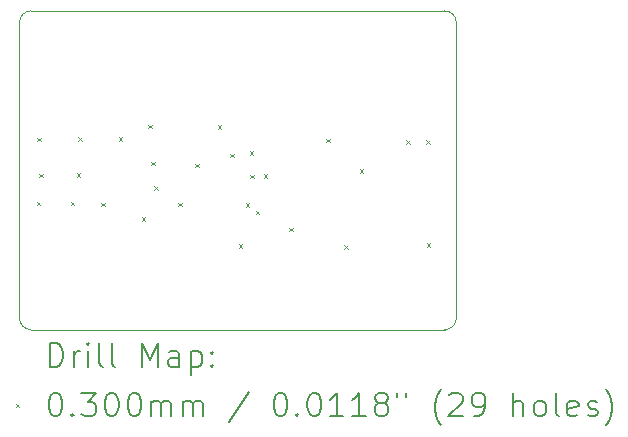
<source format=gbr>
%TF.GenerationSoftware,KiCad,Pcbnew,8.0.6*%
%TF.CreationDate,2024-11-15T14:11:28+01:00*%
%TF.ProjectId,PA3194G822_R05,50413331-3934-4473-9832-325f5230352e,3*%
%TF.SameCoordinates,Original*%
%TF.FileFunction,Drillmap*%
%TF.FilePolarity,Positive*%
%FSLAX45Y45*%
G04 Gerber Fmt 4.5, Leading zero omitted, Abs format (unit mm)*
G04 Created by KiCad (PCBNEW 8.0.6) date 2024-11-15 14:11:28*
%MOMM*%
%LPD*%
G01*
G04 APERTURE LIST*
%ADD10C,0.050000*%
%ADD11C,0.200000*%
%ADD12C,0.100000*%
G04 APERTURE END LIST*
D10*
X10400000Y-8750000D02*
G75*
G02*
X10500000Y-8650000I100000J0D01*
G01*
X14100000Y-11250000D02*
G75*
G02*
X14000000Y-11350000I-100000J0D01*
G01*
X14000000Y-8650000D02*
G75*
G02*
X14100000Y-8750000I0J-100000D01*
G01*
X10500000Y-8650000D02*
X14000000Y-8650000D01*
X10500000Y-11350000D02*
X14000000Y-11350000D01*
X14100000Y-8750000D02*
X14100000Y-11250000D01*
X10400000Y-8750000D02*
X10400000Y-11250000D01*
X10500000Y-11350000D02*
G75*
G02*
X10400000Y-11250000I0J100000D01*
G01*
D11*
D12*
X10547000Y-10268000D02*
X10577000Y-10298000D01*
X10577000Y-10268000D02*
X10547000Y-10298000D01*
X10549000Y-9725000D02*
X10579000Y-9755000D01*
X10579000Y-9725000D02*
X10549000Y-9755000D01*
X10567000Y-10031000D02*
X10597000Y-10061000D01*
X10597000Y-10031000D02*
X10567000Y-10061000D01*
X10833000Y-10268000D02*
X10863000Y-10298000D01*
X10863000Y-10268000D02*
X10833000Y-10298000D01*
X10887000Y-10024000D02*
X10917000Y-10054000D01*
X10917000Y-10024000D02*
X10887000Y-10054000D01*
X10896000Y-9718000D02*
X10926000Y-9748000D01*
X10926000Y-9718000D02*
X10896000Y-9748000D01*
X11094000Y-10273000D02*
X11124000Y-10303000D01*
X11124000Y-10273000D02*
X11094000Y-10303000D01*
X11242000Y-9720000D02*
X11272000Y-9750000D01*
X11272000Y-9720000D02*
X11242000Y-9750000D01*
X11435000Y-10397000D02*
X11465000Y-10427000D01*
X11465000Y-10397000D02*
X11435000Y-10427000D01*
X11489000Y-9613000D02*
X11519000Y-9643000D01*
X11519000Y-9613000D02*
X11489000Y-9643000D01*
X11514000Y-9927000D02*
X11544000Y-9957000D01*
X11544000Y-9927000D02*
X11514000Y-9957000D01*
X11541000Y-10134000D02*
X11571000Y-10164000D01*
X11571000Y-10134000D02*
X11541000Y-10164000D01*
X11743000Y-10274000D02*
X11773000Y-10304000D01*
X11773000Y-10274000D02*
X11743000Y-10304000D01*
X11886500Y-9943000D02*
X11916500Y-9973000D01*
X11916500Y-9943000D02*
X11886500Y-9973000D01*
X12078000Y-9618000D02*
X12108000Y-9648000D01*
X12108000Y-9618000D02*
X12078000Y-9648000D01*
X12183000Y-9859000D02*
X12213000Y-9889000D01*
X12213000Y-9859000D02*
X12183000Y-9889000D01*
X12256000Y-10627000D02*
X12286000Y-10657000D01*
X12286000Y-10627000D02*
X12256000Y-10657000D01*
X12317000Y-10279000D02*
X12347000Y-10309000D01*
X12347000Y-10279000D02*
X12317000Y-10309000D01*
X12351000Y-9841000D02*
X12381000Y-9871000D01*
X12381000Y-9841000D02*
X12351000Y-9871000D01*
X12353000Y-10037000D02*
X12383000Y-10067000D01*
X12383000Y-10037000D02*
X12353000Y-10067000D01*
X12402000Y-10341000D02*
X12432000Y-10371000D01*
X12432000Y-10341000D02*
X12402000Y-10371000D01*
X12469000Y-10034000D02*
X12499000Y-10064000D01*
X12499000Y-10034000D02*
X12469000Y-10064000D01*
X12685000Y-10485000D02*
X12715000Y-10515000D01*
X12715000Y-10485000D02*
X12685000Y-10515000D01*
X12996000Y-9734000D02*
X13026000Y-9764000D01*
X13026000Y-9734000D02*
X12996000Y-9764000D01*
X13150000Y-10633000D02*
X13180000Y-10663000D01*
X13180000Y-10633000D02*
X13150000Y-10663000D01*
X13280000Y-9989000D02*
X13310000Y-10019000D01*
X13310000Y-9989000D02*
X13280000Y-10019000D01*
X13675000Y-9745000D02*
X13705000Y-9775000D01*
X13705000Y-9745000D02*
X13675000Y-9775000D01*
X13845000Y-9745000D02*
X13875000Y-9775000D01*
X13875000Y-9745000D02*
X13845000Y-9775000D01*
X13848000Y-10619000D02*
X13878000Y-10649000D01*
X13878000Y-10619000D02*
X13848000Y-10649000D01*
D11*
X10658277Y-11663984D02*
X10658277Y-11463984D01*
X10658277Y-11463984D02*
X10705896Y-11463984D01*
X10705896Y-11463984D02*
X10734467Y-11473508D01*
X10734467Y-11473508D02*
X10753515Y-11492555D01*
X10753515Y-11492555D02*
X10763039Y-11511603D01*
X10763039Y-11511603D02*
X10772563Y-11549698D01*
X10772563Y-11549698D02*
X10772563Y-11578269D01*
X10772563Y-11578269D02*
X10763039Y-11616365D01*
X10763039Y-11616365D02*
X10753515Y-11635412D01*
X10753515Y-11635412D02*
X10734467Y-11654460D01*
X10734467Y-11654460D02*
X10705896Y-11663984D01*
X10705896Y-11663984D02*
X10658277Y-11663984D01*
X10858277Y-11663984D02*
X10858277Y-11530650D01*
X10858277Y-11568746D02*
X10867801Y-11549698D01*
X10867801Y-11549698D02*
X10877324Y-11540174D01*
X10877324Y-11540174D02*
X10896372Y-11530650D01*
X10896372Y-11530650D02*
X10915420Y-11530650D01*
X10982086Y-11663984D02*
X10982086Y-11530650D01*
X10982086Y-11463984D02*
X10972563Y-11473508D01*
X10972563Y-11473508D02*
X10982086Y-11483031D01*
X10982086Y-11483031D02*
X10991610Y-11473508D01*
X10991610Y-11473508D02*
X10982086Y-11463984D01*
X10982086Y-11463984D02*
X10982086Y-11483031D01*
X11105896Y-11663984D02*
X11086848Y-11654460D01*
X11086848Y-11654460D02*
X11077324Y-11635412D01*
X11077324Y-11635412D02*
X11077324Y-11463984D01*
X11210658Y-11663984D02*
X11191610Y-11654460D01*
X11191610Y-11654460D02*
X11182086Y-11635412D01*
X11182086Y-11635412D02*
X11182086Y-11463984D01*
X11439229Y-11663984D02*
X11439229Y-11463984D01*
X11439229Y-11463984D02*
X11505896Y-11606841D01*
X11505896Y-11606841D02*
X11572562Y-11463984D01*
X11572562Y-11463984D02*
X11572562Y-11663984D01*
X11753515Y-11663984D02*
X11753515Y-11559222D01*
X11753515Y-11559222D02*
X11743991Y-11540174D01*
X11743991Y-11540174D02*
X11724943Y-11530650D01*
X11724943Y-11530650D02*
X11686848Y-11530650D01*
X11686848Y-11530650D02*
X11667801Y-11540174D01*
X11753515Y-11654460D02*
X11734467Y-11663984D01*
X11734467Y-11663984D02*
X11686848Y-11663984D01*
X11686848Y-11663984D02*
X11667801Y-11654460D01*
X11667801Y-11654460D02*
X11658277Y-11635412D01*
X11658277Y-11635412D02*
X11658277Y-11616365D01*
X11658277Y-11616365D02*
X11667801Y-11597317D01*
X11667801Y-11597317D02*
X11686848Y-11587793D01*
X11686848Y-11587793D02*
X11734467Y-11587793D01*
X11734467Y-11587793D02*
X11753515Y-11578269D01*
X11848753Y-11530650D02*
X11848753Y-11730650D01*
X11848753Y-11540174D02*
X11867801Y-11530650D01*
X11867801Y-11530650D02*
X11905896Y-11530650D01*
X11905896Y-11530650D02*
X11924943Y-11540174D01*
X11924943Y-11540174D02*
X11934467Y-11549698D01*
X11934467Y-11549698D02*
X11943991Y-11568746D01*
X11943991Y-11568746D02*
X11943991Y-11625888D01*
X11943991Y-11625888D02*
X11934467Y-11644936D01*
X11934467Y-11644936D02*
X11924943Y-11654460D01*
X11924943Y-11654460D02*
X11905896Y-11663984D01*
X11905896Y-11663984D02*
X11867801Y-11663984D01*
X11867801Y-11663984D02*
X11848753Y-11654460D01*
X12029705Y-11644936D02*
X12039229Y-11654460D01*
X12039229Y-11654460D02*
X12029705Y-11663984D01*
X12029705Y-11663984D02*
X12020182Y-11654460D01*
X12020182Y-11654460D02*
X12029705Y-11644936D01*
X12029705Y-11644936D02*
X12029705Y-11663984D01*
X12029705Y-11540174D02*
X12039229Y-11549698D01*
X12039229Y-11549698D02*
X12029705Y-11559222D01*
X12029705Y-11559222D02*
X12020182Y-11549698D01*
X12020182Y-11549698D02*
X12029705Y-11540174D01*
X12029705Y-11540174D02*
X12029705Y-11559222D01*
D12*
X10367500Y-11977500D02*
X10397500Y-12007500D01*
X10397500Y-11977500D02*
X10367500Y-12007500D01*
D11*
X10696372Y-11883984D02*
X10715420Y-11883984D01*
X10715420Y-11883984D02*
X10734467Y-11893508D01*
X10734467Y-11893508D02*
X10743991Y-11903031D01*
X10743991Y-11903031D02*
X10753515Y-11922079D01*
X10753515Y-11922079D02*
X10763039Y-11960174D01*
X10763039Y-11960174D02*
X10763039Y-12007793D01*
X10763039Y-12007793D02*
X10753515Y-12045888D01*
X10753515Y-12045888D02*
X10743991Y-12064936D01*
X10743991Y-12064936D02*
X10734467Y-12074460D01*
X10734467Y-12074460D02*
X10715420Y-12083984D01*
X10715420Y-12083984D02*
X10696372Y-12083984D01*
X10696372Y-12083984D02*
X10677324Y-12074460D01*
X10677324Y-12074460D02*
X10667801Y-12064936D01*
X10667801Y-12064936D02*
X10658277Y-12045888D01*
X10658277Y-12045888D02*
X10648753Y-12007793D01*
X10648753Y-12007793D02*
X10648753Y-11960174D01*
X10648753Y-11960174D02*
X10658277Y-11922079D01*
X10658277Y-11922079D02*
X10667801Y-11903031D01*
X10667801Y-11903031D02*
X10677324Y-11893508D01*
X10677324Y-11893508D02*
X10696372Y-11883984D01*
X10848753Y-12064936D02*
X10858277Y-12074460D01*
X10858277Y-12074460D02*
X10848753Y-12083984D01*
X10848753Y-12083984D02*
X10839229Y-12074460D01*
X10839229Y-12074460D02*
X10848753Y-12064936D01*
X10848753Y-12064936D02*
X10848753Y-12083984D01*
X10924944Y-11883984D02*
X11048753Y-11883984D01*
X11048753Y-11883984D02*
X10982086Y-11960174D01*
X10982086Y-11960174D02*
X11010658Y-11960174D01*
X11010658Y-11960174D02*
X11029705Y-11969698D01*
X11029705Y-11969698D02*
X11039229Y-11979222D01*
X11039229Y-11979222D02*
X11048753Y-11998269D01*
X11048753Y-11998269D02*
X11048753Y-12045888D01*
X11048753Y-12045888D02*
X11039229Y-12064936D01*
X11039229Y-12064936D02*
X11029705Y-12074460D01*
X11029705Y-12074460D02*
X11010658Y-12083984D01*
X11010658Y-12083984D02*
X10953515Y-12083984D01*
X10953515Y-12083984D02*
X10934467Y-12074460D01*
X10934467Y-12074460D02*
X10924944Y-12064936D01*
X11172563Y-11883984D02*
X11191610Y-11883984D01*
X11191610Y-11883984D02*
X11210658Y-11893508D01*
X11210658Y-11893508D02*
X11220182Y-11903031D01*
X11220182Y-11903031D02*
X11229705Y-11922079D01*
X11229705Y-11922079D02*
X11239229Y-11960174D01*
X11239229Y-11960174D02*
X11239229Y-12007793D01*
X11239229Y-12007793D02*
X11229705Y-12045888D01*
X11229705Y-12045888D02*
X11220182Y-12064936D01*
X11220182Y-12064936D02*
X11210658Y-12074460D01*
X11210658Y-12074460D02*
X11191610Y-12083984D01*
X11191610Y-12083984D02*
X11172563Y-12083984D01*
X11172563Y-12083984D02*
X11153515Y-12074460D01*
X11153515Y-12074460D02*
X11143991Y-12064936D01*
X11143991Y-12064936D02*
X11134467Y-12045888D01*
X11134467Y-12045888D02*
X11124944Y-12007793D01*
X11124944Y-12007793D02*
X11124944Y-11960174D01*
X11124944Y-11960174D02*
X11134467Y-11922079D01*
X11134467Y-11922079D02*
X11143991Y-11903031D01*
X11143991Y-11903031D02*
X11153515Y-11893508D01*
X11153515Y-11893508D02*
X11172563Y-11883984D01*
X11363039Y-11883984D02*
X11382086Y-11883984D01*
X11382086Y-11883984D02*
X11401134Y-11893508D01*
X11401134Y-11893508D02*
X11410658Y-11903031D01*
X11410658Y-11903031D02*
X11420182Y-11922079D01*
X11420182Y-11922079D02*
X11429705Y-11960174D01*
X11429705Y-11960174D02*
X11429705Y-12007793D01*
X11429705Y-12007793D02*
X11420182Y-12045888D01*
X11420182Y-12045888D02*
X11410658Y-12064936D01*
X11410658Y-12064936D02*
X11401134Y-12074460D01*
X11401134Y-12074460D02*
X11382086Y-12083984D01*
X11382086Y-12083984D02*
X11363039Y-12083984D01*
X11363039Y-12083984D02*
X11343991Y-12074460D01*
X11343991Y-12074460D02*
X11334467Y-12064936D01*
X11334467Y-12064936D02*
X11324943Y-12045888D01*
X11324943Y-12045888D02*
X11315420Y-12007793D01*
X11315420Y-12007793D02*
X11315420Y-11960174D01*
X11315420Y-11960174D02*
X11324943Y-11922079D01*
X11324943Y-11922079D02*
X11334467Y-11903031D01*
X11334467Y-11903031D02*
X11343991Y-11893508D01*
X11343991Y-11893508D02*
X11363039Y-11883984D01*
X11515420Y-12083984D02*
X11515420Y-11950650D01*
X11515420Y-11969698D02*
X11524943Y-11960174D01*
X11524943Y-11960174D02*
X11543991Y-11950650D01*
X11543991Y-11950650D02*
X11572563Y-11950650D01*
X11572563Y-11950650D02*
X11591610Y-11960174D01*
X11591610Y-11960174D02*
X11601134Y-11979222D01*
X11601134Y-11979222D02*
X11601134Y-12083984D01*
X11601134Y-11979222D02*
X11610658Y-11960174D01*
X11610658Y-11960174D02*
X11629705Y-11950650D01*
X11629705Y-11950650D02*
X11658277Y-11950650D01*
X11658277Y-11950650D02*
X11677324Y-11960174D01*
X11677324Y-11960174D02*
X11686848Y-11979222D01*
X11686848Y-11979222D02*
X11686848Y-12083984D01*
X11782086Y-12083984D02*
X11782086Y-11950650D01*
X11782086Y-11969698D02*
X11791610Y-11960174D01*
X11791610Y-11960174D02*
X11810658Y-11950650D01*
X11810658Y-11950650D02*
X11839229Y-11950650D01*
X11839229Y-11950650D02*
X11858277Y-11960174D01*
X11858277Y-11960174D02*
X11867801Y-11979222D01*
X11867801Y-11979222D02*
X11867801Y-12083984D01*
X11867801Y-11979222D02*
X11877324Y-11960174D01*
X11877324Y-11960174D02*
X11896372Y-11950650D01*
X11896372Y-11950650D02*
X11924943Y-11950650D01*
X11924943Y-11950650D02*
X11943991Y-11960174D01*
X11943991Y-11960174D02*
X11953515Y-11979222D01*
X11953515Y-11979222D02*
X11953515Y-12083984D01*
X12343991Y-11874460D02*
X12172563Y-12131603D01*
X12601134Y-11883984D02*
X12620182Y-11883984D01*
X12620182Y-11883984D02*
X12639229Y-11893508D01*
X12639229Y-11893508D02*
X12648753Y-11903031D01*
X12648753Y-11903031D02*
X12658277Y-11922079D01*
X12658277Y-11922079D02*
X12667801Y-11960174D01*
X12667801Y-11960174D02*
X12667801Y-12007793D01*
X12667801Y-12007793D02*
X12658277Y-12045888D01*
X12658277Y-12045888D02*
X12648753Y-12064936D01*
X12648753Y-12064936D02*
X12639229Y-12074460D01*
X12639229Y-12074460D02*
X12620182Y-12083984D01*
X12620182Y-12083984D02*
X12601134Y-12083984D01*
X12601134Y-12083984D02*
X12582086Y-12074460D01*
X12582086Y-12074460D02*
X12572563Y-12064936D01*
X12572563Y-12064936D02*
X12563039Y-12045888D01*
X12563039Y-12045888D02*
X12553515Y-12007793D01*
X12553515Y-12007793D02*
X12553515Y-11960174D01*
X12553515Y-11960174D02*
X12563039Y-11922079D01*
X12563039Y-11922079D02*
X12572563Y-11903031D01*
X12572563Y-11903031D02*
X12582086Y-11893508D01*
X12582086Y-11893508D02*
X12601134Y-11883984D01*
X12753515Y-12064936D02*
X12763039Y-12074460D01*
X12763039Y-12074460D02*
X12753515Y-12083984D01*
X12753515Y-12083984D02*
X12743991Y-12074460D01*
X12743991Y-12074460D02*
X12753515Y-12064936D01*
X12753515Y-12064936D02*
X12753515Y-12083984D01*
X12886848Y-11883984D02*
X12905896Y-11883984D01*
X12905896Y-11883984D02*
X12924944Y-11893508D01*
X12924944Y-11893508D02*
X12934467Y-11903031D01*
X12934467Y-11903031D02*
X12943991Y-11922079D01*
X12943991Y-11922079D02*
X12953515Y-11960174D01*
X12953515Y-11960174D02*
X12953515Y-12007793D01*
X12953515Y-12007793D02*
X12943991Y-12045888D01*
X12943991Y-12045888D02*
X12934467Y-12064936D01*
X12934467Y-12064936D02*
X12924944Y-12074460D01*
X12924944Y-12074460D02*
X12905896Y-12083984D01*
X12905896Y-12083984D02*
X12886848Y-12083984D01*
X12886848Y-12083984D02*
X12867801Y-12074460D01*
X12867801Y-12074460D02*
X12858277Y-12064936D01*
X12858277Y-12064936D02*
X12848753Y-12045888D01*
X12848753Y-12045888D02*
X12839229Y-12007793D01*
X12839229Y-12007793D02*
X12839229Y-11960174D01*
X12839229Y-11960174D02*
X12848753Y-11922079D01*
X12848753Y-11922079D02*
X12858277Y-11903031D01*
X12858277Y-11903031D02*
X12867801Y-11893508D01*
X12867801Y-11893508D02*
X12886848Y-11883984D01*
X13143991Y-12083984D02*
X13029706Y-12083984D01*
X13086848Y-12083984D02*
X13086848Y-11883984D01*
X13086848Y-11883984D02*
X13067801Y-11912555D01*
X13067801Y-11912555D02*
X13048753Y-11931603D01*
X13048753Y-11931603D02*
X13029706Y-11941127D01*
X13334467Y-12083984D02*
X13220182Y-12083984D01*
X13277325Y-12083984D02*
X13277325Y-11883984D01*
X13277325Y-11883984D02*
X13258277Y-11912555D01*
X13258277Y-11912555D02*
X13239229Y-11931603D01*
X13239229Y-11931603D02*
X13220182Y-11941127D01*
X13448753Y-11969698D02*
X13429706Y-11960174D01*
X13429706Y-11960174D02*
X13420182Y-11950650D01*
X13420182Y-11950650D02*
X13410658Y-11931603D01*
X13410658Y-11931603D02*
X13410658Y-11922079D01*
X13410658Y-11922079D02*
X13420182Y-11903031D01*
X13420182Y-11903031D02*
X13429706Y-11893508D01*
X13429706Y-11893508D02*
X13448753Y-11883984D01*
X13448753Y-11883984D02*
X13486848Y-11883984D01*
X13486848Y-11883984D02*
X13505896Y-11893508D01*
X13505896Y-11893508D02*
X13515420Y-11903031D01*
X13515420Y-11903031D02*
X13524944Y-11922079D01*
X13524944Y-11922079D02*
X13524944Y-11931603D01*
X13524944Y-11931603D02*
X13515420Y-11950650D01*
X13515420Y-11950650D02*
X13505896Y-11960174D01*
X13505896Y-11960174D02*
X13486848Y-11969698D01*
X13486848Y-11969698D02*
X13448753Y-11969698D01*
X13448753Y-11969698D02*
X13429706Y-11979222D01*
X13429706Y-11979222D02*
X13420182Y-11988746D01*
X13420182Y-11988746D02*
X13410658Y-12007793D01*
X13410658Y-12007793D02*
X13410658Y-12045888D01*
X13410658Y-12045888D02*
X13420182Y-12064936D01*
X13420182Y-12064936D02*
X13429706Y-12074460D01*
X13429706Y-12074460D02*
X13448753Y-12083984D01*
X13448753Y-12083984D02*
X13486848Y-12083984D01*
X13486848Y-12083984D02*
X13505896Y-12074460D01*
X13505896Y-12074460D02*
X13515420Y-12064936D01*
X13515420Y-12064936D02*
X13524944Y-12045888D01*
X13524944Y-12045888D02*
X13524944Y-12007793D01*
X13524944Y-12007793D02*
X13515420Y-11988746D01*
X13515420Y-11988746D02*
X13505896Y-11979222D01*
X13505896Y-11979222D02*
X13486848Y-11969698D01*
X13601134Y-11883984D02*
X13601134Y-11922079D01*
X13677325Y-11883984D02*
X13677325Y-11922079D01*
X13972563Y-12160174D02*
X13963039Y-12150650D01*
X13963039Y-12150650D02*
X13943991Y-12122079D01*
X13943991Y-12122079D02*
X13934468Y-12103031D01*
X13934468Y-12103031D02*
X13924944Y-12074460D01*
X13924944Y-12074460D02*
X13915420Y-12026841D01*
X13915420Y-12026841D02*
X13915420Y-11988746D01*
X13915420Y-11988746D02*
X13924944Y-11941127D01*
X13924944Y-11941127D02*
X13934468Y-11912555D01*
X13934468Y-11912555D02*
X13943991Y-11893508D01*
X13943991Y-11893508D02*
X13963039Y-11864936D01*
X13963039Y-11864936D02*
X13972563Y-11855412D01*
X14039229Y-11903031D02*
X14048753Y-11893508D01*
X14048753Y-11893508D02*
X14067801Y-11883984D01*
X14067801Y-11883984D02*
X14115420Y-11883984D01*
X14115420Y-11883984D02*
X14134468Y-11893508D01*
X14134468Y-11893508D02*
X14143991Y-11903031D01*
X14143991Y-11903031D02*
X14153515Y-11922079D01*
X14153515Y-11922079D02*
X14153515Y-11941127D01*
X14153515Y-11941127D02*
X14143991Y-11969698D01*
X14143991Y-11969698D02*
X14029706Y-12083984D01*
X14029706Y-12083984D02*
X14153515Y-12083984D01*
X14248753Y-12083984D02*
X14286848Y-12083984D01*
X14286848Y-12083984D02*
X14305896Y-12074460D01*
X14305896Y-12074460D02*
X14315420Y-12064936D01*
X14315420Y-12064936D02*
X14334468Y-12036365D01*
X14334468Y-12036365D02*
X14343991Y-11998269D01*
X14343991Y-11998269D02*
X14343991Y-11922079D01*
X14343991Y-11922079D02*
X14334468Y-11903031D01*
X14334468Y-11903031D02*
X14324944Y-11893508D01*
X14324944Y-11893508D02*
X14305896Y-11883984D01*
X14305896Y-11883984D02*
X14267801Y-11883984D01*
X14267801Y-11883984D02*
X14248753Y-11893508D01*
X14248753Y-11893508D02*
X14239229Y-11903031D01*
X14239229Y-11903031D02*
X14229706Y-11922079D01*
X14229706Y-11922079D02*
X14229706Y-11969698D01*
X14229706Y-11969698D02*
X14239229Y-11988746D01*
X14239229Y-11988746D02*
X14248753Y-11998269D01*
X14248753Y-11998269D02*
X14267801Y-12007793D01*
X14267801Y-12007793D02*
X14305896Y-12007793D01*
X14305896Y-12007793D02*
X14324944Y-11998269D01*
X14324944Y-11998269D02*
X14334468Y-11988746D01*
X14334468Y-11988746D02*
X14343991Y-11969698D01*
X14582087Y-12083984D02*
X14582087Y-11883984D01*
X14667801Y-12083984D02*
X14667801Y-11979222D01*
X14667801Y-11979222D02*
X14658277Y-11960174D01*
X14658277Y-11960174D02*
X14639230Y-11950650D01*
X14639230Y-11950650D02*
X14610658Y-11950650D01*
X14610658Y-11950650D02*
X14591610Y-11960174D01*
X14591610Y-11960174D02*
X14582087Y-11969698D01*
X14791610Y-12083984D02*
X14772563Y-12074460D01*
X14772563Y-12074460D02*
X14763039Y-12064936D01*
X14763039Y-12064936D02*
X14753515Y-12045888D01*
X14753515Y-12045888D02*
X14753515Y-11988746D01*
X14753515Y-11988746D02*
X14763039Y-11969698D01*
X14763039Y-11969698D02*
X14772563Y-11960174D01*
X14772563Y-11960174D02*
X14791610Y-11950650D01*
X14791610Y-11950650D02*
X14820182Y-11950650D01*
X14820182Y-11950650D02*
X14839230Y-11960174D01*
X14839230Y-11960174D02*
X14848753Y-11969698D01*
X14848753Y-11969698D02*
X14858277Y-11988746D01*
X14858277Y-11988746D02*
X14858277Y-12045888D01*
X14858277Y-12045888D02*
X14848753Y-12064936D01*
X14848753Y-12064936D02*
X14839230Y-12074460D01*
X14839230Y-12074460D02*
X14820182Y-12083984D01*
X14820182Y-12083984D02*
X14791610Y-12083984D01*
X14972563Y-12083984D02*
X14953515Y-12074460D01*
X14953515Y-12074460D02*
X14943991Y-12055412D01*
X14943991Y-12055412D02*
X14943991Y-11883984D01*
X15124944Y-12074460D02*
X15105896Y-12083984D01*
X15105896Y-12083984D02*
X15067801Y-12083984D01*
X15067801Y-12083984D02*
X15048753Y-12074460D01*
X15048753Y-12074460D02*
X15039230Y-12055412D01*
X15039230Y-12055412D02*
X15039230Y-11979222D01*
X15039230Y-11979222D02*
X15048753Y-11960174D01*
X15048753Y-11960174D02*
X15067801Y-11950650D01*
X15067801Y-11950650D02*
X15105896Y-11950650D01*
X15105896Y-11950650D02*
X15124944Y-11960174D01*
X15124944Y-11960174D02*
X15134468Y-11979222D01*
X15134468Y-11979222D02*
X15134468Y-11998269D01*
X15134468Y-11998269D02*
X15039230Y-12017317D01*
X15210658Y-12074460D02*
X15229706Y-12083984D01*
X15229706Y-12083984D02*
X15267801Y-12083984D01*
X15267801Y-12083984D02*
X15286849Y-12074460D01*
X15286849Y-12074460D02*
X15296372Y-12055412D01*
X15296372Y-12055412D02*
X15296372Y-12045888D01*
X15296372Y-12045888D02*
X15286849Y-12026841D01*
X15286849Y-12026841D02*
X15267801Y-12017317D01*
X15267801Y-12017317D02*
X15239230Y-12017317D01*
X15239230Y-12017317D02*
X15220182Y-12007793D01*
X15220182Y-12007793D02*
X15210658Y-11988746D01*
X15210658Y-11988746D02*
X15210658Y-11979222D01*
X15210658Y-11979222D02*
X15220182Y-11960174D01*
X15220182Y-11960174D02*
X15239230Y-11950650D01*
X15239230Y-11950650D02*
X15267801Y-11950650D01*
X15267801Y-11950650D02*
X15286849Y-11960174D01*
X15363039Y-12160174D02*
X15372563Y-12150650D01*
X15372563Y-12150650D02*
X15391611Y-12122079D01*
X15391611Y-12122079D02*
X15401134Y-12103031D01*
X15401134Y-12103031D02*
X15410658Y-12074460D01*
X15410658Y-12074460D02*
X15420182Y-12026841D01*
X15420182Y-12026841D02*
X15420182Y-11988746D01*
X15420182Y-11988746D02*
X15410658Y-11941127D01*
X15410658Y-11941127D02*
X15401134Y-11912555D01*
X15401134Y-11912555D02*
X15391611Y-11893508D01*
X15391611Y-11893508D02*
X15372563Y-11864936D01*
X15372563Y-11864936D02*
X15363039Y-11855412D01*
M02*

</source>
